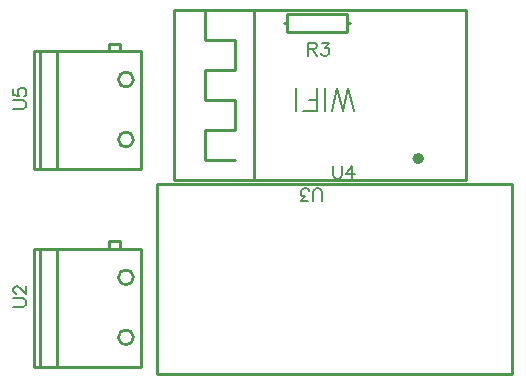
<source format=gto>
G04 Layer: TopSilkscreenLayer*
G04 EasyEDA v6.5.34, 2023-10-19 08:42:31*
G04 445bff652981409abf7e2ca76203f91b,08f173712dbc44b08fd2a75eaeabdc68,10*
G04 Gerber Generator version 0.2*
G04 Scale: 100 percent, Rotated: No, Reflected: No *
G04 Dimensions in millimeters *
G04 leading zeros omitted , absolute positions ,4 integer and 5 decimal *
%FSLAX45Y45*%
%MOMM*%

%ADD10C,0.1524*%
%ADD11C,0.2032*%
%ADD12C,0.2540*%
%ADD13C,0.5000*%

%LPD*%
D10*
X2359995Y2855310D02*
G01*
X2359995Y2746344D01*
X2359995Y2855310D02*
G01*
X2406731Y2855310D01*
X2422225Y2850230D01*
X2427559Y2844896D01*
X2432639Y2834482D01*
X2432639Y2824068D01*
X2427559Y2813654D01*
X2422225Y2808574D01*
X2406731Y2803494D01*
X2359995Y2803494D01*
X2396317Y2803494D02*
G01*
X2432639Y2746344D01*
X2477343Y2855310D02*
G01*
X2534493Y2855310D01*
X2503505Y2813654D01*
X2518999Y2813654D01*
X2529413Y2808574D01*
X2534493Y2803494D01*
X2539827Y2787746D01*
X2539827Y2777332D01*
X2534493Y2761838D01*
X2524079Y2751424D01*
X2508585Y2746344D01*
X2493091Y2746344D01*
X2477343Y2751424D01*
X2472263Y2756504D01*
X2466929Y2766918D01*
X-134124Y2292982D02*
G01*
X-56146Y2292982D01*
X-40652Y2298064D01*
X-30238Y2308476D01*
X-25158Y2324224D01*
X-25158Y2334640D01*
X-30238Y2350132D01*
X-40652Y2360548D01*
X-56146Y2365626D01*
X-134124Y2365626D01*
X-134124Y2462400D02*
G01*
X-134124Y2410332D01*
X-87388Y2405250D01*
X-92468Y2410332D01*
X-97802Y2426080D01*
X-97802Y2441575D01*
X-92468Y2457066D01*
X-82308Y2467482D01*
X-66560Y2472817D01*
X-56146Y2472817D01*
X-40652Y2467482D01*
X-30238Y2457066D01*
X-25158Y2441575D01*
X-25158Y2426080D01*
X-30238Y2410332D01*
X-35318Y2405250D01*
X-45732Y2399916D01*
X-134124Y617987D02*
G01*
X-56146Y617987D01*
X-40652Y623067D01*
X-30238Y633481D01*
X-25158Y649229D01*
X-25158Y659643D01*
X-30238Y675137D01*
X-40652Y685551D01*
X-56146Y690631D01*
X-134124Y690631D01*
X-108216Y730255D02*
G01*
X-113296Y730255D01*
X-123710Y735335D01*
X-129044Y740669D01*
X-134124Y751083D01*
X-134124Y771657D01*
X-129044Y782071D01*
X-123710Y787405D01*
X-113296Y792485D01*
X-102882Y792485D01*
X-92468Y787405D01*
X-76974Y776991D01*
X-25158Y724921D01*
X-25158Y797819D01*
X2478293Y1513674D02*
G01*
X2478293Y1591652D01*
X2473213Y1607146D01*
X2462799Y1617560D01*
X2447051Y1622640D01*
X2436637Y1622640D01*
X2421143Y1617560D01*
X2410729Y1607146D01*
X2405649Y1591652D01*
X2405649Y1513674D01*
X2360945Y1513674D02*
G01*
X2303795Y1513674D01*
X2334783Y1555330D01*
X2319289Y1555330D01*
X2308875Y1560410D01*
X2303795Y1565490D01*
X2298461Y1581238D01*
X2298461Y1591652D01*
X2303795Y1607146D01*
X2314209Y1617560D01*
X2329703Y1622640D01*
X2345197Y1622640D01*
X2360945Y1617560D01*
X2366025Y1612480D01*
X2371359Y1602066D01*
D11*
X2746928Y2278397D02*
G01*
X2700700Y2472453D01*
X2654472Y2278397D02*
G01*
X2700700Y2472453D01*
X2654472Y2278397D02*
G01*
X2608244Y2472453D01*
X2562270Y2278397D02*
G01*
X2608244Y2472453D01*
X2501310Y2278397D02*
G01*
X2501310Y2472453D01*
X2440350Y2278397D02*
G01*
X2440350Y2472453D01*
X2440350Y2278397D02*
G01*
X2320208Y2278397D01*
X2440350Y2370853D02*
G01*
X2366436Y2370853D01*
X2259248Y2278397D02*
G01*
X2259248Y2472453D01*
D10*
X2573492Y1813514D02*
G01*
X2573492Y1735536D01*
X2578572Y1720042D01*
X2588986Y1709628D01*
X2604734Y1704548D01*
X2615148Y1704548D01*
X2630642Y1709628D01*
X2641056Y1720042D01*
X2646136Y1735536D01*
X2646136Y1813514D01*
X2732496Y1813514D02*
G01*
X2680426Y1740870D01*
X2758404Y1740870D01*
X2732496Y1813514D02*
G01*
X2732496Y1704548D01*
D12*
X2693995Y3019993D02*
G01*
X2719395Y3019993D01*
X2185995Y3019993D02*
G01*
X2160595Y3019993D01*
X2693995Y3019993D02*
G01*
X2693995Y2943793D01*
X2693995Y3096193D02*
G01*
X2693995Y3019993D01*
X2185995Y3096193D02*
G01*
X2693995Y3096193D01*
X2185995Y3019993D02*
G01*
X2185995Y3096193D01*
X2185995Y2943793D02*
G01*
X2185995Y3019993D01*
X2693995Y2943793D02*
G01*
X2185995Y2943793D01*
X772370Y2784982D02*
G01*
X772370Y2847784D01*
X678591Y2847784D01*
X678591Y2784982D01*
X89108Y2784982D02*
G01*
X89108Y1784982D01*
X238122Y2784982D02*
G01*
X238122Y1784982D01*
X949993Y2784982D02*
G01*
X39994Y2784982D01*
X39994Y2784982D02*
G01*
X39994Y1784982D01*
X949993Y2784982D02*
G01*
X949993Y1784982D01*
X949993Y1784982D02*
G01*
X39994Y1784982D01*
X772370Y1109987D02*
G01*
X772370Y1172786D01*
X678591Y1172786D01*
X678591Y1109987D01*
X89108Y1109987D02*
G01*
X89108Y109987D01*
X238122Y1109987D02*
G01*
X238122Y109987D01*
X949993Y1109987D02*
G01*
X39994Y1109987D01*
X39994Y1109987D02*
G01*
X39994Y109987D01*
X949993Y1109987D02*
G01*
X949993Y109987D01*
X949993Y109987D02*
G01*
X39994Y109987D01*
X1905589Y1696092D02*
G01*
X1905594Y3118492D01*
X1743593Y1861195D02*
G01*
X1489593Y1861195D01*
X1489593Y2115195D01*
X1743593Y2115195D01*
X1743593Y2369195D01*
X1489593Y2369195D01*
X1489593Y2623195D01*
X1743593Y2623195D01*
X1743593Y2877195D01*
X1489593Y2877195D01*
X1489593Y3131195D01*
X3696985Y1688985D02*
G01*
X1226987Y1688985D01*
X1226987Y3128987D01*
X3696985Y3128987D01*
X3696985Y1688985D01*
X4085097Y47198D02*
G01*
X4085097Y1660098D01*
X1079997Y1660098D02*
G01*
X1079997Y47198D01*
X4085097Y47198D01*
X4079999Y1660098D02*
G01*
X1079997Y1660098D01*
G75*
G01
X881812Y2542990D02*
G03X881812Y2542990I-63500J0D01*
G75*
G01
X881812Y2034990D02*
G03X881812Y2034990I-63500J0D01*
G75*
G01
X881812Y867994D02*
G03X881812Y867994I-63500J0D01*
G75*
G01
X881812Y359994D02*
G03X881812Y359994I-63500J0D01*
D13*
G75*
G01
X3316242Y1873893D02*
G03X3316242Y1873893I-23241J0D01*
M02*

</source>
